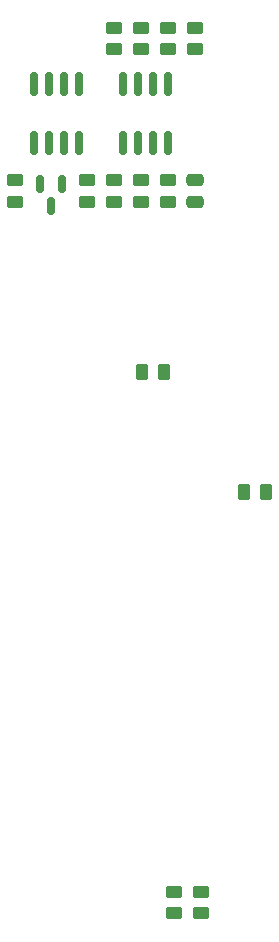
<source format=gbr>
%TF.GenerationSoftware,KiCad,Pcbnew,(6.0.0-0)*%
%TF.CreationDate,2022-11-09T20:37:38-05:00*%
%TF.ProjectId,VCO,56434f2e-6b69-4636-9164-5f7063625858,rev?*%
%TF.SameCoordinates,Original*%
%TF.FileFunction,Paste,Bot*%
%TF.FilePolarity,Positive*%
%FSLAX46Y46*%
G04 Gerber Fmt 4.6, Leading zero omitted, Abs format (unit mm)*
G04 Created by KiCad (PCBNEW (6.0.0-0)) date 2022-11-09 20:37:38*
%MOMM*%
%LPD*%
G01*
G04 APERTURE LIST*
G04 Aperture macros list*
%AMRoundRect*
0 Rectangle with rounded corners*
0 $1 Rounding radius*
0 $2 $3 $4 $5 $6 $7 $8 $9 X,Y pos of 4 corners*
0 Add a 4 corners polygon primitive as box body*
4,1,4,$2,$3,$4,$5,$6,$7,$8,$9,$2,$3,0*
0 Add four circle primitives for the rounded corners*
1,1,$1+$1,$2,$3*
1,1,$1+$1,$4,$5*
1,1,$1+$1,$6,$7*
1,1,$1+$1,$8,$9*
0 Add four rect primitives between the rounded corners*
20,1,$1+$1,$2,$3,$4,$5,0*
20,1,$1+$1,$4,$5,$6,$7,0*
20,1,$1+$1,$6,$7,$8,$9,0*
20,1,$1+$1,$8,$9,$2,$3,0*%
G04 Aperture macros list end*
%ADD10RoundRect,0.250000X0.450000X-0.262500X0.450000X0.262500X-0.450000X0.262500X-0.450000X-0.262500X0*%
%ADD11RoundRect,0.250000X-0.450000X0.262500X-0.450000X-0.262500X0.450000X-0.262500X0.450000X0.262500X0*%
%ADD12RoundRect,0.250000X-0.262500X-0.450000X0.262500X-0.450000X0.262500X0.450000X-0.262500X0.450000X0*%
%ADD13RoundRect,0.150000X0.150000X-0.825000X0.150000X0.825000X-0.150000X0.825000X-0.150000X-0.825000X0*%
%ADD14RoundRect,0.250000X-0.475000X0.250000X-0.475000X-0.250000X0.475000X-0.250000X0.475000X0.250000X0*%
%ADD15RoundRect,0.150000X-0.150000X0.587500X-0.150000X-0.587500X0.150000X-0.587500X0.150000X0.587500X0*%
G04 APERTURE END LIST*
D10*
%TO.C,R11*%
X50770000Y-47902500D03*
X50770000Y-46077500D03*
%TD*%
%TO.C,R12*%
X55880000Y-119229500D03*
X55880000Y-121054500D03*
%TD*%
D11*
%TO.C,R8*%
X53056000Y-46077500D03*
X53056000Y-47902500D03*
%TD*%
D10*
%TO.C,R4*%
X50770000Y-60790500D03*
X50770000Y-58965500D03*
%TD*%
D12*
%TO.C,R3*%
X61364500Y-85344000D03*
X59539500Y-85344000D03*
%TD*%
D10*
%TO.C,R13*%
X53594000Y-119229500D03*
X53594000Y-121054500D03*
%TD*%
D13*
%TO.C,U1*%
X45563000Y-55815000D03*
X44293000Y-55815000D03*
X43023000Y-55815000D03*
X41753000Y-55815000D03*
X41753000Y-50865000D03*
X43023000Y-50865000D03*
X44293000Y-50865000D03*
X45563000Y-50865000D03*
%TD*%
D14*
%TO.C,C1*%
X55342000Y-58928000D03*
X55342000Y-60828000D03*
%TD*%
D10*
%TO.C,R5*%
X46198000Y-60790500D03*
X46198000Y-58965500D03*
%TD*%
D11*
%TO.C,R7*%
X40102000Y-58965500D03*
X40102000Y-60790500D03*
%TD*%
D10*
%TO.C,R1*%
X48484000Y-60790500D03*
X48484000Y-58965500D03*
%TD*%
%TO.C,R9*%
X55342000Y-47902500D03*
X55342000Y-46077500D03*
%TD*%
D15*
%TO.C,Q1*%
X42230000Y-59260500D03*
X44130000Y-59260500D03*
X43180000Y-61135500D03*
%TD*%
D12*
%TO.C,R2*%
X52728500Y-75184000D03*
X50903500Y-75184000D03*
%TD*%
D10*
%TO.C,R10*%
X48484000Y-47902500D03*
X48484000Y-46077500D03*
%TD*%
%TO.C,R6*%
X53056000Y-60790500D03*
X53056000Y-58965500D03*
%TD*%
D13*
%TO.C,U2*%
X53083000Y-55815000D03*
X51813000Y-55815000D03*
X50543000Y-55815000D03*
X49273000Y-55815000D03*
X49273000Y-50865000D03*
X50543000Y-50865000D03*
X51813000Y-50865000D03*
X53083000Y-50865000D03*
%TD*%
M02*

</source>
